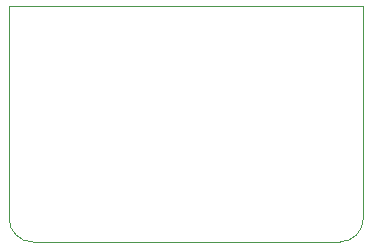
<source format=gbr>
%TF.GenerationSoftware,Altium Limited,Altium Designer,21.1.0 (24)*%
G04 Layer_Color=0*
%FSLAX45Y45*%
%MOMM*%
%TF.SameCoordinates,A42B3F18-A760-40AD-9EC3-E9591E309F50*%
%TF.FilePolarity,Positive*%
%TF.FileFunction,Profile,NP*%
%TF.Part,Single*%
G01*
G75*
%TA.AperFunction,Profile*%
%ADD93C,0.02540*%
D93*
X200000D02*
G02*
X0Y200000I0J200000D01*
G01*
Y2000000D01*
X3000000D01*
Y200000D01*
D02*
G02*
X2800000Y0I-200000J0D01*
G01*
X200000D01*
%TF.MD5,ec77be940951aa2e54d554f372d6cde4*%
M02*

</source>
